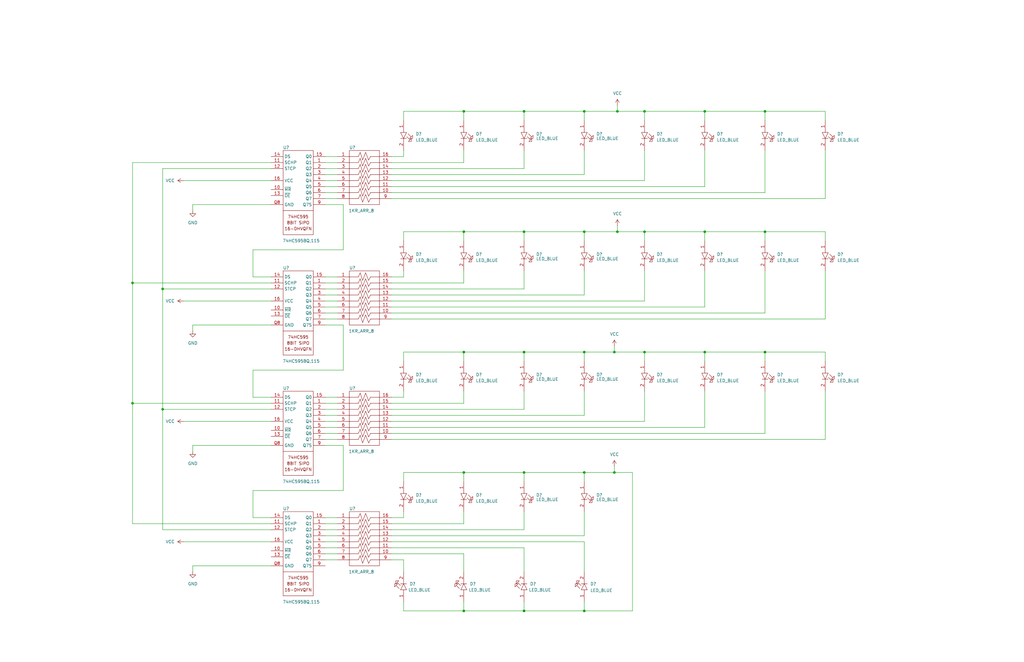
<source format=kicad_sch>
(kicad_sch (version 20211123) (generator eeschema)
  (paper "B")
  (lib_symbols
    (symbol "FREQMeter:1KR_ARR_8"
      (property "Reference" "U" (at 1.27 3.81 0))
      (property "Value" "1KR_ARR_8" (at 2.54 6.35 0))
      (symbol "1KR_ARR_8_0_0"
        (polyline (pts (xy 8.89 -17.78) (xy 5.08 -17.78)))
        (polyline (pts (xy 8.89 -15.24) (xy 5.08 -15.24)))
        (polyline (pts (xy 8.89 -12.7) (xy 5.08 -12.7)))
        (polyline (pts (xy 8.89 -10.16) (xy 5.08 -10.16)))
        (polyline (pts (xy 8.89 -7.62) (xy 5.08 -7.62)))
        (polyline (pts (xy 8.89 -5.08) (xy 5.08 -5.08)))
        (polyline (pts (xy 8.89 -2.54) (xy 5.08 -2.54)))
        (polyline (pts (xy 8.89 0) (xy 5.08 0)))
        (polyline (pts (xy 17.78 -17.78) (xy 13.97 -17.78)))
        (polyline (pts (xy 17.78 -15.24) (xy 13.97 -15.24)))
        (polyline (pts (xy 17.78 -12.7) (xy 13.97 -12.7)))
        (polyline (pts (xy 17.78 -10.16) (xy 13.97 -10.16)))
        (polyline (pts (xy 17.78 -7.62) (xy 13.97 -7.62)))
        (polyline (pts (xy 17.78 -5.08) (xy 13.97 -5.08)))
        (polyline (pts (xy 17.78 -2.54) (xy 13.97 -2.54)))
        (polyline (pts (xy 17.78 0) (xy 13.97 0)))
        (rectangle (start 5.08 2.54) (end 17.78 -20.32))
      )
      (symbol "1KR_ARR_8_0_1"
        (polyline (pts (xy 8.89 -17.78) (xy 9.652 -16.002) (xy 10.668 -19.304) (xy 11.938 -16.002) (xy 13.208 -19.304) (xy 13.97 -17.78)))
        (polyline (pts (xy 8.89 -15.24) (xy 9.652 -13.462) (xy 10.668 -16.764) (xy 11.938 -13.462) (xy 13.208 -16.764) (xy 13.97 -15.24)))
        (polyline (pts (xy 8.89 -12.7) (xy 9.652 -10.922) (xy 10.668 -14.224) (xy 11.938 -10.922) (xy 13.208 -14.224) (xy 13.97 -12.7)))
        (polyline (pts (xy 8.89 -10.16) (xy 9.652 -8.382) (xy 10.668 -11.684) (xy 11.938 -8.382) (xy 13.208 -11.684) (xy 13.97 -10.16)))
        (polyline (pts (xy 8.89 -7.62) (xy 9.652 -5.842) (xy 10.668 -9.144) (xy 11.938 -5.842) (xy 13.208 -9.144) (xy 13.97 -7.62)))
        (polyline (pts (xy 8.89 -5.08) (xy 9.652 -3.302) (xy 10.668 -6.604) (xy 11.938 -3.302) (xy 13.208 -6.604) (xy 13.97 -5.08)))
        (polyline (pts (xy 8.89 -2.54) (xy 9.652 -0.762) (xy 10.668 -4.064) (xy 11.938 -0.762) (xy 13.208 -4.064) (xy 13.97 -2.54)))
        (polyline (pts (xy 8.89 0) (xy 9.652 1.778) (xy 10.668 -1.524) (xy 11.938 1.778) (xy 13.208 -1.524) (xy 13.97 0)))
      )
      (symbol "1KR_ARR_8_1_1"
        (pin passive line (at 0 0 0) (length 5.08) (name "") (number "1"))
        (pin passive line (at 22.86 -15.24 180) (length 5.08) (name "") (number "10"))
        (pin passive line (at 22.86 -12.7 180) (length 5.08) (name "") (number "11"))
        (pin passive line (at 22.86 -10.16 180) (length 5.08) (name "") (number "12"))
        (pin passive line (at 22.86 -7.62 180) (length 5.08) (name "") (number "13"))
        (pin passive line (at 22.86 -5.08 180) (length 5.08) (name "") (number "14"))
        (pin passive line (at 22.86 -2.54 180) (length 5.08) (name "") (number "15"))
        (pin passive line (at 22.86 0 180) (length 5.08) (name "") (number "16"))
        (pin passive line (at 0 -2.54 0) (length 5.08) (name "") (number "2"))
        (pin passive line (at 0 -5.08 0) (length 5.08) (name "") (number "3"))
        (pin passive line (at 0 -7.62 0) (length 5.08) (name "") (number "4"))
        (pin passive line (at 0 -10.16 0) (length 5.08) (name "") (number "5"))
        (pin passive line (at 0 -12.7 0) (length 5.08) (name "") (number "6"))
        (pin passive line (at 0 -15.24 0) (length 5.08) (name "") (number "7"))
        (pin passive line (at 0 -17.78 0) (length 5.08) (name "") (number "8"))
        (pin passive line (at 22.86 -17.78 180) (length 5.08) (name "") (number "9"))
      )
    )
    (symbol "FREQMeter:74HC595BQ,115"
      (property "Reference" "U" (at 1.27 6.35 0))
      (property "Value" "74HC595BQ,115" (at 8.89 3.81 0))
      (symbol "74HC595BQ,115_0_0"
        (text "16-DHVQFN" (at 6.35 -33.02 0) (effects (font (size 1.27 1.27))))
        (text "74HC595" (at 6.35 -27.94 0) (effects (font (size 1.27 1.27))))
        (text "8BIT SIPO" (at 6.35 -30.48 0) (effects (font (size 1.27 1.27))))
      )
      (symbol "74HC595BQ,115_0_1"
        (polyline (pts (xy 0 -25.4) (xy 12.7 -25.4)))
        (rectangle (start 0 0) (end 12.7 -35.56))
      )
      (symbol "74HC595BQ,115_1_1"
        (pin output line (at 17.78 -5.08 180) (length 5.08) (name "Q1") (number "1"))
        (pin input line (at -5.08 -16.51 0) (length 5.08) (name "~{MR}") (number "10"))
        (pin input line (at -5.08 -5.08 0) (length 5.08) (name "SCHP") (number "11"))
        (pin input line (at -5.08 -7.62 0) (length 5.08) (name "STCP") (number "12"))
        (pin input line (at -5.08 -19.05 0) (length 5.08) (name "~{OE}") (number "13"))
        (pin input line (at -5.08 -2.54 0) (length 5.08) (name "DS") (number "14"))
        (pin output line (at 17.78 -2.54 180) (length 5.08) (name "Q0") (number "15"))
        (pin power_in line (at -5.08 -12.7 0) (length 5.08) (name "VCC") (number "16"))
        (pin output line (at 17.78 -7.62 180) (length 5.08) (name "Q2") (number "2"))
        (pin output line (at 17.78 -10.16 180) (length 5.08) (name "Q3") (number "3"))
        (pin output line (at 17.78 -12.7 180) (length 5.08) (name "Q4") (number "4"))
        (pin output line (at 17.78 -15.24 180) (length 5.08) (name "Q5") (number "5"))
        (pin output line (at 17.78 -17.78 180) (length 5.08) (name "Q6") (number "6"))
        (pin output line (at 17.78 -20.32 180) (length 5.08) (name "Q7") (number "7"))
        (pin output line (at 17.78 -22.86 180) (length 5.08) (name "Q7S") (number "9"))
        (pin power_out line (at -5.08 -22.86 0) (length 5.08) (name "GND") (number "Q8"))
      )
    )
    (symbol "FREQMeter:LED_BLUE"
      (property "Reference" "D" (at 13.97 1.27 0))
      (property "Value" "LED_BLUE" (at -3.81 1.27 0))
      (symbol "LED_BLUE_0_0"
        (polyline (pts (xy 5.6603 1.868) (xy 6.9303 3.138)))
        (polyline (pts (xy 6.8627 1.3551) (xy 8.1327 2.6251)))
        (polyline (pts (xy 7.62 1.27) (xy 7.62 -1.27)))
        (polyline (pts (xy 5.08 1.27) (xy 5.08 -1.27) (xy 7.62 0) (xy 5.08 1.27)))
        (polyline (pts (xy 6.35 3.81) (xy 7.62 2.54) (xy 7.62 3.81) (xy 6.35 3.81)))
        (polyline (pts (xy 7.6408 3.2826) (xy 8.9108 2.0126) (xy 8.9108 3.2826) (xy 7.6408 3.2826)))
      )
      (symbol "LED_BLUE_1_1"
        (pin passive line (at 0 0 0) (length 5.08) (name "") (number "1"))
        (pin passive line (at 12.7 0 180) (length 5.08) (name "") (number "2"))
      )
    )
    (symbol "power:GND" (power) (pin_names (offset 0))
      (property "Value" "GND" (at 0 -3.81 0))
      (symbol "GND_0_1"
        (polyline (pts (xy 0 0) (xy 0 -1.27) (xy 1.27 -1.27) (xy 0 -2.54) (xy -1.27 -1.27) (xy 0 -1.27)))
      )
      (symbol "GND_1_1"
        (pin power_in line (at 0 0 270) (length 0) hide (name "GND") (number "1"))
      )
    )
    (symbol "power:VCC" (power) (pin_names (offset 0))
      (property "Value" "VCC" (at 0 3.81 0))
      (symbol "VCC_0_1"
        (polyline (pts (xy -0.762 1.27) (xy 0 2.54)))
        (polyline (pts (xy 0 0) (xy 0 2.54)))
        (polyline (pts (xy 0 2.54) (xy 0.762 1.27)))
      )
      (symbol "VCC_1_1"
        (pin power_in line (at 0 0 90) (length 0) hide (name "VCC") (number "1"))
      )
    )
  )
  (junction (at 322.58 97.79))
  (junction (at 322.58 148.59))
  (junction (at 220.98 97.79))
  (junction (at 260.35 46.99))
  (junction (at 55.88 119.38))
  (junction (at 246.38 148.59))
  (junction (at 259.08 199.39))
  (junction (at 260.35 97.79))
  (junction (at 220.98 199.39))
  (junction (at 271.78 97.79))
  (junction (at 271.78 46.99))
  (junction (at 195.58 97.79))
  (junction (at 55.88 170.18))
  (junction (at 220.98 257.81))
  (junction (at 246.38 257.81))
  (junction (at 297.18 46.99))
  (junction (at 220.98 46.99))
  (junction (at 246.38 97.79))
  (junction (at 68.58 121.92))
  (junction (at 195.58 199.39))
  (junction (at 68.58 172.72))
  (junction (at 195.58 148.59))
  (junction (at 220.98 148.59))
  (junction (at 195.58 46.99))
  (junction (at 246.38 199.39))
  (junction (at 297.18 97.79))
  (junction (at 195.58 257.81))
  (junction (at 246.38 46.99))
  (junction (at 322.58 46.99))
  (junction (at 271.78 148.59))
  (junction (at 259.08 148.59))
  (junction (at 297.18 148.59))
  (wire (pts (xy 137.16 129.54) (xy 142.24 129.54)))
  (wire (pts (xy 271.78 127) (xy 165.1 127)))
  (wire (pts (xy 165.1 73.66) (xy 246.38 73.66)))
  (wire (pts (xy 259.08 196.85) (xy 259.08 199.39)))
  (wire (pts (xy 170.18 148.59) (xy 195.58 148.59)))
  (wire (pts (xy 220.98 199.39) (xy 246.38 199.39)))
  (wire (pts (xy 170.18 46.99) (xy 195.58 46.99)))
  (wire (pts (xy 142.24 172.72) (xy 137.16 172.72)))
  (wire (pts (xy 297.18 97.79) (xy 322.58 97.79)))
  (wire (pts (xy 246.38 97.79) (xy 260.35 97.79)))
  (wire (pts (xy 81.28 137.16) (xy 114.3 137.16)))
  (wire (pts (xy 137.16 68.58) (xy 142.24 68.58)))
  (wire (pts (xy 246.38 199.39) (xy 246.38 203.2)))
  (wire (pts (xy 297.18 46.99) (xy 297.18 50.8)))
  (wire (pts (xy 170.18 66.04) (xy 170.18 63.5)))
  (wire (pts (xy 271.78 76.2) (xy 165.1 76.2)))
  (wire (pts (xy 220.98 165.1) (xy 220.98 172.72)))
  (wire (pts (xy 68.58 71.12) (xy 68.58 121.92)))
  (wire (pts (xy 246.38 215.9) (xy 246.38 226.06)))
  (wire (pts (xy 137.16 180.34) (xy 142.24 180.34)))
  (wire (pts (xy 297.18 46.99) (xy 322.58 46.99)))
  (wire (pts (xy 165.1 83.82) (xy 347.98 83.82)))
  (wire (pts (xy 195.58 50.8) (xy 195.58 46.99)))
  (wire (pts (xy 246.38 226.06) (xy 165.1 226.06)))
  (wire (pts (xy 322.58 63.5) (xy 322.58 81.28)))
  (wire (pts (xy 170.18 114.3) (xy 170.18 116.84)))
  (wire (pts (xy 165.1 170.18) (xy 195.58 170.18)))
  (wire (pts (xy 142.24 76.2) (xy 137.16 76.2)))
  (wire (pts (xy 220.98 46.99) (xy 246.38 46.99)))
  (wire (pts (xy 322.58 132.08) (xy 165.1 132.08)))
  (wire (pts (xy 170.18 50.8) (xy 170.18 46.99)))
  (wire (pts (xy 165.1 180.34) (xy 297.18 180.34)))
  (wire (pts (xy 106.68 105.41) (xy 106.68 116.84)))
  (wire (pts (xy 347.98 46.99) (xy 347.98 50.8)))
  (wire (pts (xy 55.88 170.18) (xy 55.88 119.38)))
  (wire (pts (xy 297.18 78.74) (xy 297.18 63.5)))
  (wire (pts (xy 246.38 148.59) (xy 259.08 148.59)))
  (wire (pts (xy 220.98 148.59) (xy 220.98 152.4)))
  (wire (pts (xy 220.98 148.59) (xy 246.38 148.59)))
  (wire (pts (xy 137.16 86.36) (xy 144.78 86.36)))
  (wire (pts (xy 137.16 218.44) (xy 142.24 218.44)))
  (wire (pts (xy 195.58 119.38) (xy 195.58 114.3)))
  (wire (pts (xy 260.35 95.25) (xy 260.35 97.79)))
  (wire (pts (xy 81.28 187.96) (xy 114.3 187.96)))
  (wire (pts (xy 195.58 68.58) (xy 195.58 63.5)))
  (wire (pts (xy 170.18 203.2) (xy 170.18 199.39)))
  (wire (pts (xy 165.1 66.04) (xy 170.18 66.04)))
  (wire (pts (xy 81.28 86.36) (xy 114.3 86.36)))
  (wire (pts (xy 81.28 238.76) (xy 81.28 241.3)))
  (wire (pts (xy 220.98 254) (xy 220.98 257.81)))
  (wire (pts (xy 271.78 148.59) (xy 297.18 148.59)))
  (wire (pts (xy 271.78 46.99) (xy 297.18 46.99)))
  (wire (pts (xy 144.78 137.16) (xy 144.78 156.21)))
  (wire (pts (xy 114.3 172.72) (xy 68.58 172.72)))
  (wire (pts (xy 165.1 134.62) (xy 347.98 134.62)))
  (wire (pts (xy 322.58 182.88) (xy 165.1 182.88)))
  (wire (pts (xy 347.98 185.42) (xy 347.98 165.1)))
  (wire (pts (xy 142.24 127) (xy 137.16 127)))
  (wire (pts (xy 137.16 175.26) (xy 142.24 175.26)))
  (wire (pts (xy 297.18 129.54) (xy 297.18 114.3)))
  (wire (pts (xy 165.1 78.74) (xy 297.18 78.74)))
  (wire (pts (xy 81.28 137.16) (xy 81.28 139.7)))
  (wire (pts (xy 165.1 185.42) (xy 347.98 185.42)))
  (wire (pts (xy 114.3 71.12) (xy 68.58 71.12)))
  (wire (pts (xy 55.88 119.38) (xy 114.3 119.38)))
  (wire (pts (xy 220.98 121.92) (xy 165.1 121.92)))
  (wire (pts (xy 144.78 156.21) (xy 106.68 156.21)))
  (wire (pts (xy 271.78 97.79) (xy 271.78 101.6)))
  (wire (pts (xy 271.78 152.4) (xy 271.78 148.59)))
  (wire (pts (xy 246.38 97.79) (xy 246.38 101.6)))
  (wire (pts (xy 195.58 97.79) (xy 220.98 97.79)))
  (wire (pts (xy 322.58 46.99) (xy 322.58 50.8)))
  (wire (pts (xy 271.78 63.5) (xy 271.78 76.2)))
  (wire (pts (xy 170.18 257.81) (xy 195.58 257.81)))
  (wire (pts (xy 266.7 199.39) (xy 266.7 257.81)))
  (wire (pts (xy 220.98 114.3) (xy 220.98 121.92)))
  (wire (pts (xy 165.1 119.38) (xy 195.58 119.38)))
  (wire (pts (xy 142.24 121.92) (xy 137.16 121.92)))
  (wire (pts (xy 195.58 199.39) (xy 195.58 203.2)))
  (wire (pts (xy 195.58 254) (xy 195.58 257.81)))
  (wire (pts (xy 77.47 228.6) (xy 114.3 228.6)))
  (wire (pts (xy 220.98 172.72) (xy 165.1 172.72)))
  (wire (pts (xy 68.58 223.52) (xy 68.58 172.72)))
  (wire (pts (xy 114.3 170.18) (xy 55.88 170.18)))
  (wire (pts (xy 165.1 71.12) (xy 220.98 71.12)))
  (wire (pts (xy 220.98 101.6) (xy 220.98 97.79)))
  (wire (pts (xy 246.38 73.66) (xy 246.38 63.5)))
  (wire (pts (xy 165.1 116.84) (xy 170.18 116.84)))
  (wire (pts (xy 195.58 148.59) (xy 195.58 152.4)))
  (wire (pts (xy 220.98 199.39) (xy 220.98 203.2)))
  (wire (pts (xy 259.08 146.05) (xy 259.08 148.59)))
  (wire (pts (xy 170.18 236.22) (xy 170.18 241.3)))
  (wire (pts (xy 297.18 148.59) (xy 322.58 148.59)))
  (wire (pts (xy 271.78 177.8) (xy 165.1 177.8)))
  (wire (pts (xy 77.47 177.8) (xy 114.3 177.8)))
  (wire (pts (xy 165.1 233.68) (xy 195.58 233.68)))
  (wire (pts (xy 220.98 257.81) (xy 246.38 257.81)))
  (wire (pts (xy 260.35 46.99) (xy 271.78 46.99)))
  (wire (pts (xy 195.58 46.99) (xy 220.98 46.99)))
  (wire (pts (xy 137.16 231.14) (xy 142.24 231.14)))
  (wire (pts (xy 137.16 134.62) (xy 142.24 134.62)))
  (wire (pts (xy 322.58 46.99) (xy 347.98 46.99)))
  (wire (pts (xy 322.58 165.1) (xy 322.58 182.88)))
  (wire (pts (xy 144.78 86.36) (xy 144.78 105.41)))
  (wire (pts (xy 220.98 97.79) (xy 246.38 97.79)))
  (wire (pts (xy 195.58 257.81) (xy 220.98 257.81)))
  (wire (pts (xy 165.1 129.54) (xy 297.18 129.54)))
  (wire (pts (xy 170.18 97.79) (xy 195.58 97.79)))
  (wire (pts (xy 77.47 127) (xy 114.3 127)))
  (wire (pts (xy 55.88 220.98) (xy 55.88 170.18)))
  (wire (pts (xy 142.24 226.06) (xy 137.16 226.06)))
  (wire (pts (xy 259.08 199.39) (xy 246.38 199.39)))
  (wire (pts (xy 170.18 101.6) (xy 170.18 97.79)))
  (wire (pts (xy 246.38 257.81) (xy 246.38 254)))
  (wire (pts (xy 137.16 170.18) (xy 142.24 170.18)))
  (wire (pts (xy 144.78 187.96) (xy 144.78 207.01)))
  (wire (pts (xy 142.24 177.8) (xy 137.16 177.8)))
  (wire (pts (xy 137.16 73.66) (xy 142.24 73.66)))
  (wire (pts (xy 246.38 46.99) (xy 246.38 50.8)))
  (wire (pts (xy 322.58 97.79) (xy 322.58 101.6)))
  (wire (pts (xy 259.08 148.59) (xy 271.78 148.59)))
  (wire (pts (xy 322.58 81.28) (xy 165.1 81.28)))
  (wire (pts (xy 114.3 68.58) (xy 55.88 68.58)))
  (wire (pts (xy 142.24 81.28) (xy 137.16 81.28)))
  (wire (pts (xy 322.58 148.59) (xy 347.98 148.59)))
  (wire (pts (xy 195.58 199.39) (xy 220.98 199.39)))
  (wire (pts (xy 137.16 223.52) (xy 142.24 223.52)))
  (wire (pts (xy 195.58 215.9) (xy 195.58 220.98)))
  (wire (pts (xy 297.18 97.79) (xy 297.18 101.6)))
  (wire (pts (xy 170.18 218.44) (xy 170.18 215.9)))
  (wire (pts (xy 165.1 223.52) (xy 220.98 223.52)))
  (wire (pts (xy 137.16 83.82) (xy 142.24 83.82)))
  (wire (pts (xy 246.38 175.26) (xy 246.38 165.1)))
  (wire (pts (xy 81.28 238.76) (xy 114.3 238.76)))
  (wire (pts (xy 246.38 124.46) (xy 246.38 114.3)))
  (wire (pts (xy 170.18 152.4) (xy 170.18 148.59)))
  (wire (pts (xy 271.78 114.3) (xy 271.78 127)))
  (wire (pts (xy 137.16 185.42) (xy 142.24 185.42)))
  (wire (pts (xy 297.18 148.59) (xy 297.18 152.4)))
  (wire (pts (xy 137.16 187.96) (xy 144.78 187.96)))
  (wire (pts (xy 266.7 257.81) (xy 246.38 257.81)))
  (wire (pts (xy 165.1 220.98) (xy 195.58 220.98)))
  (wire (pts (xy 137.16 228.6) (xy 142.24 228.6)))
  (wire (pts (xy 246.38 148.59) (xy 246.38 152.4)))
  (wire (pts (xy 137.16 236.22) (xy 142.24 236.22)))
  (wire (pts (xy 165.1 228.6) (xy 246.38 228.6)))
  (wire (pts (xy 81.28 187.96) (xy 81.28 190.5)))
  (wire (pts (xy 246.38 46.99) (xy 260.35 46.99)))
  (wire (pts (xy 322.58 148.59) (xy 322.58 152.4)))
  (wire (pts (xy 106.68 218.44) (xy 114.3 218.44)))
  (wire (pts (xy 165.1 68.58) (xy 195.58 68.58)))
  (wire (pts (xy 114.3 220.98) (xy 55.88 220.98)))
  (wire (pts (xy 165.1 124.46) (xy 246.38 124.46)))
  (wire (pts (xy 220.98 231.14) (xy 220.98 241.3)))
  (wire (pts (xy 137.16 137.16) (xy 144.78 137.16)))
  (wire (pts (xy 347.98 83.82) (xy 347.98 63.5)))
  (wire (pts (xy 68.58 121.92) (xy 114.3 121.92)))
  (wire (pts (xy 137.16 119.38) (xy 142.24 119.38)))
  (wire (pts (xy 106.68 207.01) (xy 106.68 218.44)))
  (wire (pts (xy 347.98 148.59) (xy 347.98 152.4)))
  (wire (pts (xy 170.18 254) (xy 170.18 257.81)))
  (wire (pts (xy 165.1 175.26) (xy 246.38 175.26)))
  (wire (pts (xy 271.78 46.99) (xy 271.78 50.8)))
  (wire (pts (xy 55.88 68.58) (xy 55.88 119.38)))
  (wire (pts (xy 322.58 114.3) (xy 322.58 132.08)))
  (wire (pts (xy 81.28 86.36) (xy 81.28 88.9)))
  (wire (pts (xy 144.78 105.41) (xy 106.68 105.41)))
  (wire (pts (xy 142.24 132.08) (xy 137.16 132.08)))
  (wire (pts (xy 260.35 44.45) (xy 260.35 46.99)))
  (wire (pts (xy 322.58 97.79) (xy 347.98 97.79)))
  (wire (pts (xy 271.78 97.79) (xy 297.18 97.79)))
  (wire (pts (xy 246.38 228.6) (xy 246.38 241.3)))
  (wire (pts (xy 137.16 71.12) (xy 142.24 71.12)))
  (wire (pts (xy 195.58 170.18) (xy 195.58 165.1)))
  (wire (pts (xy 220.98 215.9) (xy 220.98 223.52)))
  (wire (pts (xy 142.24 167.64) (xy 137.16 167.64)))
  (wire (pts (xy 170.18 165.1) (xy 170.18 167.64)))
  (wire (pts (xy 106.68 167.64) (xy 114.3 167.64)))
  (wire (pts (xy 271.78 165.1) (xy 271.78 177.8)))
  (wire (pts (xy 137.16 220.98) (xy 142.24 220.98)))
  (wire (pts (xy 260.35 97.79) (xy 271.78 97.79)))
  (wire (pts (xy 144.78 207.01) (xy 106.68 207.01)))
  (wire (pts (xy 137.16 124.46) (xy 142.24 124.46)))
  (wire (pts (xy 165.1 236.22) (xy 170.18 236.22)))
  (wire (pts (xy 137.16 78.74) (xy 142.24 78.74)))
  (wire (pts (xy 297.18 180.34) (xy 297.18 165.1)))
  (wire (pts (xy 137.16 66.04) (xy 142.24 66.04)))
  (wire (pts (xy 165.1 231.14) (xy 220.98 231.14)))
  (wire (pts (xy 347.98 134.62) (xy 347.98 114.3)))
  (wire (pts (xy 106.68 156.21) (xy 106.68 167.64)))
  (wire (pts (xy 170.18 167.64) (xy 165.1 167.64)))
  (wire (pts (xy 165.1 218.44) (xy 170.18 218.44)))
  (wire (pts (xy 347.98 97.79) (xy 347.98 101.6)))
  (wire (pts (xy 106.68 116.84) (xy 114.3 116.84)))
  (wire (pts (xy 68.58 172.72) (xy 68.58 121.92)))
  (wire (pts (xy 266.7 199.39) (xy 259.08 199.39)))
  (wire (pts (xy 195.58 148.59) (xy 220.98 148.59)))
  (wire (pts (xy 195.58 233.68) (xy 195.58 241.3)))
  (wire (pts (xy 137.16 116.84) (xy 142.24 116.84)))
  (wire (pts (xy 137.16 233.68) (xy 142.24 233.68)))
  (wire (pts (xy 220.98 46.99) (xy 220.98 50.8)))
  (wire (pts (xy 195.58 97.79) (xy 195.58 101.6)))
  (wire (pts (xy 170.18 199.39) (xy 195.58 199.39)))
  (wire (pts (xy 220.98 63.5) (xy 220.98 71.12)))
  (wire (pts (xy 142.24 182.88) (xy 137.16 182.88)))
  (wire (pts (xy 114.3 223.52) (xy 68.58 223.52)))
  (wire (pts (xy 77.47 76.2) (xy 114.3 76.2)))
  (symbol (lib_id "FREQMeter:LED_BLUE") (at 170.18 101.6 270) (unit 1)
    (property "Reference" "D?" (at 175.26 107.3253 90) (effects (justify left)))
    (property "Value" "LED_BLUE" (at 175.26 109.8653 90) (effects (justify left)))
    (property "Datasheet" "https://media.digikey.com/pdf/Data%20Sheets/Harvatek%20PDFs/B1931NB--20C006714U1930.pdf" (effects hide))
  )
  (symbol (lib_id "FREQMeter:74HC595BQ,115") (at 119.38 63.5 0) (unit 1)
    (property "Reference" "U?" (at 120.65 62.23 0))
    (property "Value" "74HC595BQ,115" (at 127 101.6 0))
    (property "Datasheet" "https://rocelec.widen.net/view/pdf/umsr6rbkih/PHGL-S-A0000283114-1.pdf?t.download=true&u=5oefqw" (effects hide))
  )
  (symbol (lib_id "FREQMeter:LED_BLUE") (at 195.58 101.6 270) (unit 1)
    (property "Reference" "D?" (at 200.66 107.3253 90) (effects (justify left)))
    (property "Value" "LED_BLUE" (at 200.66 109.8653 90) (effects (justify left)))
    (property "Datasheet" "https://media.digikey.com/pdf/Data%20Sheets/Harvatek%20PDFs/B1931NB--20C006714U1930.pdf" (effects hide))
  )
  (symbol (lib_id "FREQMeter:LED_BLUE") (at 322.58 50.8 270) (unit 1)
    (property "Reference" "D?" (at 327.66 56.5253 90) (effects (justify left)))
    (property "Value" "LED_BLUE" (at 327.66 59.0653 90) (effects (justify left)))
    (property "Datasheet" "https://media.digikey.com/pdf/Data%20Sheets/Harvatek%20PDFs/B1931NB--20C006714U1930.pdf" (effects hide))
  )
  (symbol (lib_id "FREQMeter:LED_BLUE") (at 246.38 152.4 270) (unit 1)
    (property "Reference" "D?" (at 251.46 158.1253 90) (effects (justify left)))
    (property "Value" "LED_BLUE" (at 251.46 160.02 90) (effects (justify left)))
    (property "Datasheet" "https://media.digikey.com/pdf/Data%20Sheets/Harvatek%20PDFs/B1931NB--20C006714U1930.pdf" (effects hide))
  )
  (symbol (lib_id "FREQMeter:LED_BLUE") (at 297.18 50.8 270) (unit 1)
    (property "Reference" "D?" (at 302.26 56.5253 90) (effects (justify left)))
    (property "Value" "LED_BLUE" (at 302.26 59.0653 90) (effects (justify left)))
    (property "Datasheet" "https://media.digikey.com/pdf/Data%20Sheets/Harvatek%20PDFs/B1931NB--20C006714U1930.pdf" (effects hide))
  )
  (symbol (lib_id "FREQMeter:LED_BLUE") (at 246.38 203.2 270) (unit 1)
    (property "Reference" "D?" (at 251.46 208.9253 90) (effects (justify left)))
    (property "Value" "LED_BLUE" (at 251.46 210.82 90) (effects (justify left)))
    (property "Datasheet" "https://media.digikey.com/pdf/Data%20Sheets/Harvatek%20PDFs/B1931NB--20C006714U1930.pdf" (effects hide))
  )
  (symbol (lib_id "FREQMeter:LED_BLUE") (at 195.58 254 90) (unit 1)
    (property "Reference" "D?" (at 200.66 246.38 90) (effects (justify left)))
    (property "Value" "LED_BLUE" (at 207.01 248.92 90) (effects (justify left)))
    (property "Datasheet" "https://media.digikey.com/pdf/Data%20Sheets/Harvatek%20PDFs/B1931NB--20C006714U1930.pdf" (effects hide))
  )
  (symbol (lib_id "FREQMeter:LED_BLUE") (at 246.38 254 90) (unit 1)
    (property "Reference" "D?" (at 251.46 246.38 90) (effects (justify left)))
    (property "Value" "LED_BLUE" (at 258.2967 249.1367 90) (effects (justify left)))
    (property "Datasheet" "https://media.digikey.com/pdf/Data%20Sheets/Harvatek%20PDFs/B1931NB--20C006714U1930.pdf" (effects hide))
  )
  (symbol (lib_id "FREQMeter:LED_BLUE") (at 246.38 101.6 270) (unit 1)
    (property "Reference" "D?" (at 251.46 107.3253 90) (effects (justify left)))
    (property "Value" "LED_BLUE" (at 251.46 109.22 90) (effects (justify left)))
    (property "Datasheet" "https://media.digikey.com/pdf/Data%20Sheets/Harvatek%20PDFs/B1931NB--20C006714U1930.pdf" (effects hide))
  )
  (symbol (lib_id "power:GND") (at 81.28 88.9 0) (unit 1)
    (property "Reference" "#PWR?" (effects hide))
    (property "Value" "GND" (at 81.28 93.98 0))
  )
  (symbol (lib_id "FREQMeter:LED_BLUE") (at 271.78 101.6 270) (unit 1)
    (property "Reference" "D?" (at 276.86 107.3253 90) (effects (justify left)))
    (property "Value" "LED_BLUE" (at 276.86 109.8653 90) (effects (justify left)))
    (property "Datasheet" "https://media.digikey.com/pdf/Data%20Sheets/Harvatek%20PDFs/B1931NB--20C006714U1930.pdf" (effects hide))
  )
  (symbol (lib_id "FREQMeter:LED_BLUE") (at 170.18 254 90) (unit 1)
    (property "Reference" "D?" (at 175.26 246.38 90) (effects (justify left)))
    (property "Value" "LED_BLUE" (at 181.61 248.92 90) (effects (justify left)))
    (property "Datasheet" "https://media.digikey.com/pdf/Data%20Sheets/Harvatek%20PDFs/B1931NB--20C006714U1930.pdf" (effects hide))
  )
  (symbol (lib_id "power:VCC") (at 260.35 44.45 0) (unit 1)
    (property "Reference" "#PWR?" (effects hide))
    (property "Value" "VCC" (at 260.35 39.37 0))
  )
  (symbol (lib_id "FREQMeter:1KR_ARR_8") (at 142.24 66.04 0) (unit 1)
    (property "Reference" "U?" (at 148.59 62.23 0))
    (property "Value" "1KR_ARR_8" (at 152.4 88.9 0))
    (property "Datasheet" "https://www.bourns.com/docs/Product-https://industrial.panasonic.com/cdbs/www-data/pdf/AOC0000/AOC0000C14.pdf" (effects hide))
  )
  (symbol (lib_id "FREQMeter:LED_BLUE") (at 170.18 152.4 270) (unit 1)
    (property "Reference" "D?" (at 175.26 158.1253 90) (effects (justify left)))
    (property "Value" "LED_BLUE" (at 175.26 160.6653 90) (effects (justify left)))
    (property "Datasheet" "https://media.digikey.com/pdf/Data%20Sheets/Harvatek%20PDFs/B1931NB--20C006714U1930.pdf" (effects hide))
  )
  (symbol (lib_id "FREQMeter:LED_BLUE") (at 195.58 50.8 270) (unit 1)
    (property "Reference" "D?" (at 200.66 56.5253 90) (effects (justify left)))
    (property "Value" "LED_BLUE" (at 200.66 59.0653 90) (effects (justify left)))
    (property "Datasheet" "https://media.digikey.com/pdf/Data%20Sheets/Harvatek%20PDFs/B1931NB--20C006714U1930.pdf" (effects hide))
  )
  (symbol (lib_id "FREQMeter:LED_BLUE") (at 322.58 152.4 270) (unit 1)
    (property "Reference" "D?" (at 327.66 158.1253 90) (effects (justify left)))
    (property "Value" "LED_BLUE" (at 327.66 160.6653 90) (effects (justify left)))
    (property "Datasheet" "https://media.digikey.com/pdf/Data%20Sheets/Harvatek%20PDFs/B1931NB--20C006714U1930.pdf" (effects hide))
  )
  (symbol (lib_id "FREQMeter:LED_BLUE") (at 170.18 50.8 270) (unit 1)
    (property "Reference" "D?" (at 175.26 56.5253 90) (effects (justify left)))
    (property "Value" "LED_BLUE" (at 175.26 59.0653 90) (effects (justify left)))
    (property "Datasheet" "https://media.digikey.com/pdf/Data%20Sheets/Harvatek%20PDFs/B1931NB--20C006714U1930.pdf" (effects hide))
  )
  (symbol (lib_id "power:VCC") (at 77.47 76.2 90) (unit 1)
    (property "Reference" "#PWR?" (effects hide))
    (property "Value" "VCC" (at 73.66 76.1999 90) (effects (justify left)))
  )
  (symbol (lib_id "FREQMeter:LED_BLUE") (at 220.98 152.4 270) (unit 1)
    (property "Reference" "D?" (at 226.06 158.1253 90) (effects (justify left)))
    (property "Value" "LED_BLUE" (at 226.06 160.02 90) (effects (justify left)))
    (property "Datasheet" "https://media.digikey.com/pdf/Data%20Sheets/Harvatek%20PDFs/B1931NB--20C006714U1930.pdf" (effects hide))
  )
  (symbol (lib_id "FREQMeter:LED_BLUE") (at 195.58 152.4 270) (unit 1)
    (property "Reference" "D?" (at 200.66 158.1253 90) (effects (justify left)))
    (property "Value" "LED_BLUE" (at 200.66 160.6653 90) (effects (justify left)))
    (property "Datasheet" "https://media.digikey.com/pdf/Data%20Sheets/Harvatek%20PDFs/B1931NB--20C006714U1930.pdf" (effects hide))
  )
  (symbol (lib_id "FREQMeter:1KR_ARR_8") (at 142.24 116.84 0) (unit 1)
    (property "Reference" "U?" (at 148.59 113.03 0))
    (property "Value" "1KR_ARR_8" (at 152.4 139.7 0))
    (property "Datasheet" "https://www.bourns.com/docs/Product-https://industrial.panasonic.com/cdbs/www-data/pdf/AOC0000/AOC0000C14.pdf" (effects hide))
  )
  (symbol (lib_id "FREQMeter:LED_BLUE") (at 220.98 254 90) (unit 1)
    (property "Reference" "D?" (at 226.06 246.38 90) (effects (justify left)))
    (property "Value" "LED_BLUE" (at 232.41 248.92 90) (effects (justify left)))
    (property "Datasheet" "https://media.digikey.com/pdf/Data%20Sheets/Harvatek%20PDFs/B1931NB--20C006714U1930.pdf" (effects hide))
  )
  (symbol (lib_id "FREQMeter:LED_BLUE") (at 347.98 152.4 270) (unit 1)
    (property "Reference" "D?" (at 353.06 158.1253 90) (effects (justify left)))
    (property "Value" "LED_BLUE" (at 353.06 160.6653 90) (effects (justify left)))
    (property "Datasheet" "https://media.digikey.com/pdf/Data%20Sheets/Harvatek%20PDFs/B1931NB--20C006714U1930.pdf" (effects hide))
  )
  (symbol (lib_id "FREQMeter:74HC595BQ,115") (at 119.38 215.9 0) (unit 1)
    (property "Reference" "U?" (at 120.65 214.63 0))
    (property "Value" "74HC595BQ,115" (at 127 254 0))
    (property "Datasheet" "https://rocelec.widen.net/view/pdf/umsr6rbkih/PHGL-S-A0000283114-1.pdf?t.download=true&u=5oefqw" (effects hide))
  )
  (symbol (lib_id "power:VCC") (at 77.47 177.8 90) (unit 1)
    (property "Reference" "#PWR?" (effects hide))
    (property "Value" "VCC" (at 73.66 177.7999 90) (effects (justify left)))
  )
  (symbol (lib_id "FREQMeter:1KR_ARR_8") (at 142.24 167.64 0) (unit 1)
    (property "Reference" "U?" (at 148.59 163.83 0))
    (property "Value" "1KR_ARR_8" (at 152.4 190.5 0))
    (property "Datasheet" "https://www.bourns.com/docs/Product-https://industrial.panasonic.com/cdbs/www-data/pdf/AOC0000/AOC0000C14.pdf" (effects hide))
  )
  (symbol (lib_id "FREQMeter:LED_BLUE") (at 220.98 50.8 270) (unit 1)
    (property "Reference" "D?" (at 226.06 56.5253 90) (effects (justify left)))
    (property "Value" "LED_BLUE" (at 226.06 58.42 90) (effects (justify left)))
    (property "Datasheet" "https://media.digikey.com/pdf/Data%20Sheets/Harvatek%20PDFs/B1931NB--20C006714U1930.pdf" (effects hide))
  )
  (symbol (lib_id "FREQMeter:LED_BLUE") (at 347.98 50.8 270) (unit 1)
    (property "Reference" "D?" (at 353.06 56.5253 90) (effects (justify left)))
    (property "Value" "LED_BLUE" (at 353.06 59.0653 90) (effects (justify left)))
    (property "Datasheet" "https://media.digikey.com/pdf/Data%20Sheets/Harvatek%20PDFs/B1931NB--20C006714U1930.pdf" (effects hide))
  )
  (symbol (lib_id "power:GND") (at 81.28 241.3 0) (unit 1)
    (property "Reference" "#PWR?" (effects hide))
    (property "Value" "GND" (at 81.28 246.38 0))
  )
  (symbol (lib_id "FREQMeter:74HC595BQ,115") (at 119.38 114.3 0) (unit 1)
    (property "Reference" "U?" (at 120.65 113.03 0))
    (property "Value" "74HC595BQ,115" (at 127 152.4 0))
    (property "Datasheet" "https://rocelec.widen.net/view/pdf/umsr6rbkih/PHGL-S-A0000283114-1.pdf?t.download=true&u=5oefqw" (effects hide))
  )
  (symbol (lib_id "FREQMeter:LED_BLUE") (at 220.98 203.2 270) (unit 1)
    (property "Reference" "D?" (at 226.06 208.9253 90) (effects (justify left)))
    (property "Value" "LED_BLUE" (at 226.06 210.82 90) (effects (justify left)))
    (property "Datasheet" "https://media.digikey.com/pdf/Data%20Sheets/Harvatek%20PDFs/B1931NB--20C006714U1930.pdf" (effects hide))
  )
  (symbol (lib_id "power:VCC") (at 77.47 127 90) (unit 1)
    (property "Reference" "#PWR?" (effects hide))
    (property "Value" "VCC" (at 73.66 126.9999 90) (effects (justify left)))
  )
  (symbol (lib_id "FREQMeter:LED_BLUE") (at 195.58 203.2 270) (unit 1)
    (property "Reference" "D?" (at 200.66 208.9253 90) (effects (justify left)))
    (property "Value" "LED_BLUE" (at 200.66 211.4653 90) (effects (justify left)))
    (property "Datasheet" "https://media.digikey.com/pdf/Data%20Sheets/Harvatek%20PDFs/B1931NB--20C006714U1930.pdf" (effects hide))
  )
  (symbol (lib_id "power:VCC") (at 259.08 196.85 0) (unit 1)
    (property "Reference" "#PWR?" (effects hide))
    (property "Value" "VCC" (at 259.08 191.77 0))
  )
  (symbol (lib_id "FREQMeter:LED_BLUE") (at 271.78 50.8 270) (unit 1)
    (property "Reference" "D?" (at 276.86 56.5253 90) (effects (justify left)))
    (property "Value" "LED_BLUE" (at 276.86 59.0653 90) (effects (justify left)))
    (property "Datasheet" "https://media.digikey.com/pdf/Data%20Sheets/Harvatek%20PDFs/B1931NB--20C006714U1930.pdf" (effects hide))
  )
  (symbol (lib_id "power:VCC") (at 259.08 146.05 0) (unit 1)
    (property "Reference" "#PWR?" (effects hide))
    (property "Value" "VCC" (at 259.08 140.97 0))
  )
  (symbol (lib_id "FREQMeter:LED_BLUE") (at 271.78 152.4 270) (unit 1)
    (property "Reference" "D?" (at 276.86 158.1253 90) (effects (justify left)))
    (property "Value" "LED_BLUE" (at 276.86 160.6653 90) (effects (justify left)))
    (property "Datasheet" "https://media.digikey.com/pdf/Data%20Sheets/Harvatek%20PDFs/B1931NB--20C006714U1930.pdf" (effects hide))
  )
  (symbol (lib_id "FREQMeter:74HC595BQ,115") (at 119.38 165.1 0) (unit 1)
    (property "Reference" "U?" (at 120.65 163.83 0))
    (property "Value" "74HC595BQ,115" (at 127 203.2 0))
    (property "Datasheet" "https://rocelec.widen.net/view/pdf/umsr6rbkih/PHGL-S-A0000283114-1.pdf?t.download=true&u=5oefqw" (effects hide))
  )
  (symbol (lib_id "FREQMeter:LED_BLUE") (at 220.98 101.6 270) (unit 1)
    (property "Reference" "D?" (at 226.06 107.3253 90) (effects (justify left)))
    (property "Value" "LED_BLUE" (at 226.06 109.22 90) (effects (justify left)))
    (property "Datasheet" "https://media.digikey.com/pdf/Data%20Sheets/Harvatek%20PDFs/B1931NB--20C006714U1930.pdf" (effects hide))
  )
  (symbol (lib_id "power:GND") (at 81.28 190.5 0) (unit 1)
    (property "Reference" "#PWR?" (effects hide))
    (property "Value" "GND" (at 81.28 195.58 0))
  )
  (symbol (lib_id "FREQMeter:LED_BLUE") (at 297.18 101.6 270) (unit 1)
    (property "Reference" "D?" (at 302.26 107.3253 90) (effects (justify left)))
    (property "Value" "LED_BLUE" (at 302.26 109.8653 90) (effects (justify left)))
    (property "Datasheet" "https://media.digikey.com/pdf/Data%20Sheets/Harvatek%20PDFs/B1931NB--20C006714U1930.pdf" (effects hide))
  )
  (symbol (lib_id "FREQMeter:LED_BLUE") (at 347.98 101.6 270) (unit 1)
    (property "Reference" "D?" (at 353.06 107.3253 90) (effects (justify left)))
    (property "Value" "LED_BLUE" (at 353.06 109.8653 90) (effects (justify left)))
    (property "Datasheet" "https://media.digikey.com/pdf/Data%20Sheets/Harvatek%20PDFs/B1931NB--20C006714U1930.pdf" (effects hide))
  )
  (symbol (lib_id "FREQMeter:LED_BLUE") (at 297.18 152.4 270) (unit 1)
    (property "Reference" "D?" (at 302.26 158.1253 90) (effects (justify left)))
    (property "Value" "LED_BLUE" (at 302.26 160.6653 90) (effects (justify left)))
    (property "Datasheet" "https://media.digikey.com/pdf/Data%20Sheets/Harvatek%20PDFs/B1931NB--20C006714U1930.pdf" (effects hide))
  )
  (symbol (lib_id "power:GND") (at 81.28 139.7 0) (unit 1)
    (property "Reference" "#PWR?" (effects hide))
    (property "Value" "GND" (at 81.28 144.78 0))
  )
  (symbol (lib_id "power:VCC") (at 260.35 95.25 0) (unit 1)
    (property "Reference" "#PWR?" (effects hide))
    (property "Value" "VCC" (at 260.35 90.17 0))
  )
  (symbol (lib_id "FREQMeter:LED_BLUE") (at 322.58 101.6 270) (unit 1)
    (property "Reference" "D?" (at 327.66 107.3253 90) (effects (justify left)))
    (property "Value" "LED_BLUE" (at 327.66 109.8653 90) (effects (justify left)))
    (property "Datasheet" "https://media.digikey.com/pdf/Data%20Sheets/Harvatek%20PDFs/B1931NB--20C006714U1930.pdf" (effects hide))
  )
  (symbol (lib_id "FREQMeter:LED_BLUE") (at 246.38 50.8 270) (unit 1)
    (property "Reference" "D?" (at 251.46 56.5253 90) (effects (justify left)))
    (property "Value" "LED_BLUE" (at 251.46 58.42 90) (effects (justify left)))
    (property "Datasheet" "https://media.digikey.com/pdf/Data%20Sheets/Harvatek%20PDFs/B1931NB--20C006714U1930.pdf" (effects hide))
  )
  (symbol (lib_id "power:VCC") (at 77.47 228.6 90) (unit 1)
    (property "Reference" "#PWR?" (effects hide))
    (property "Value" "VCC" (at 73.66 228.5999 90) (effects (justify left)))
  )
  (symbol (lib_id "FREQMeter:LED_BLUE") (at 170.18 203.2 270) (unit 1)
    (property "Reference" "D?" (at 175.26 208.9253 90) (effects (justify left)))
    (property "Value" "LED_BLUE" (at 175.26 211.4653 90) (effects (justify left)))
    (property "Datasheet" "https://media.digikey.com/pdf/Data%20Sheets/Harvatek%20PDFs/B1931NB--20C006714U1930.pdf" (effects hide))
  )
  (symbol (lib_id "FREQMeter:1KR_ARR_8") (at 142.24 218.44 0) (unit 1)
    (property "Reference" "U?" (at 148.59 214.63 0))
    (property "Value" "1KR_ARR_8" (at 152.4 241.3 0))
    (property "Datasheet" "https://www.bourns.com/docs/Product-https://industrial.panasonic.com/cdbs/www-data/pdf/AOC0000/AOC0000C14.pdf" (effects hide))
  )
)
</source>
